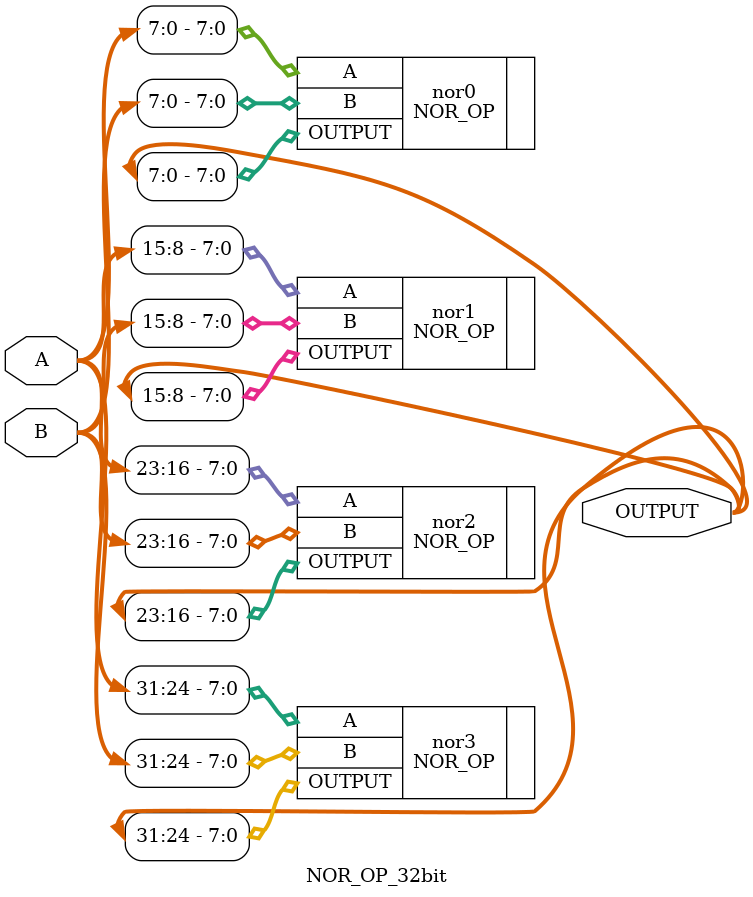
<source format=v>
`timescale 1ns / 1ps


module NOR_OP_32bit(
    input [31:0] A,
    input [31:0] B,
    output [31:0] OUTPUT
    );

    // Instantiate four 8-bit NOR modules
    NOR_OP nor0 (.A(A[7:0]),   .B(B[7:0]),   .OUTPUT(OUTPUT[7:0]));
    NOR_OP nor1 (.A(A[15:8]),  .B(B[15:8]),  .OUTPUT(OUTPUT[15:8]));
    NOR_OP nor2 (.A(A[23:16]), .B(B[23:16]), .OUTPUT(OUTPUT[23:16]));
    NOR_OP nor3 (.A(A[31:24]), .B(B[31:24]), .OUTPUT(OUTPUT[31:24]));

endmodule

</source>
